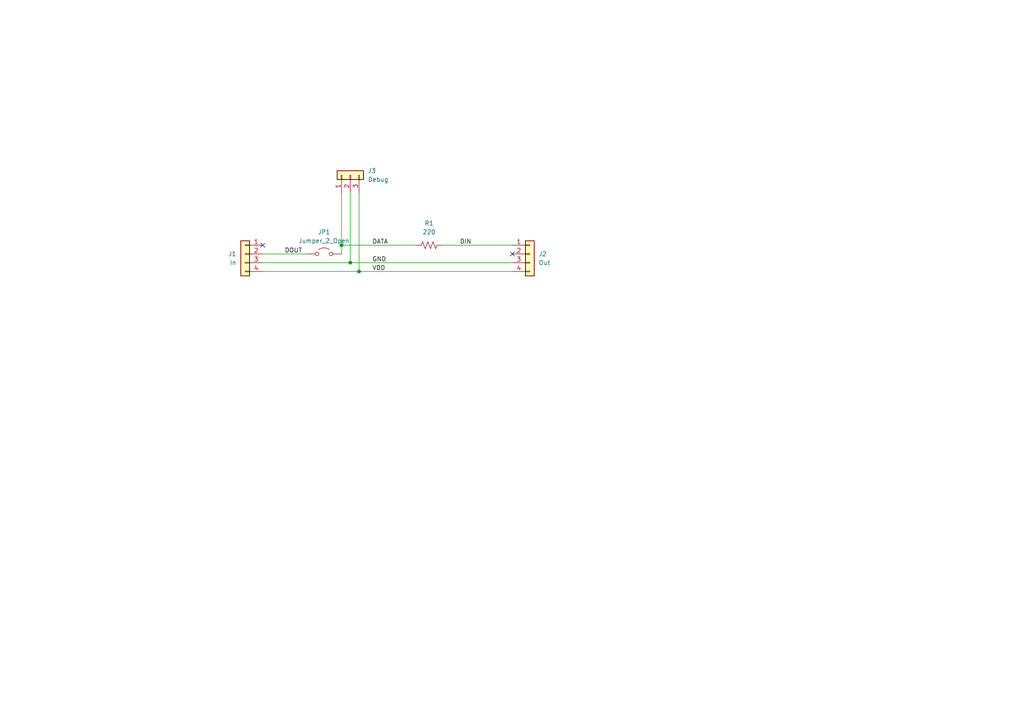
<source format=kicad_sch>
(kicad_sch (version 20231120) (generator "eeschema") (generator_version "8.0")
  (paper "A4")
  (lib_symbols
    (symbol "Connector_Generic:Conn_01x03" (pin_names (offset 1.016) hide)
      (property "Reference" "J" (at 0 5.08 0))
      (property "Value" "Conn_01x03" (at 0 -5.08 0))
      (symbol "Conn_01x03_1_1"
        (rectangle (start -1.27 -2.413) (end 0 -2.667) (stroke (width 0.1524)))
        (rectangle (start -1.27 0.127) (end 0 -0.127) (stroke (width 0.1524)))
        (rectangle (start -1.27 2.667) (end 0 2.413) (stroke (width 0.1524)))
        (rectangle (start -1.27 3.81) (end 1.27 -3.81) (stroke (width 0.254)) (fill (type background)))
        (pin passive line (at -5.08 2.54 0) (length 3.81) (name "Pin_1") (number "1"))
        (pin passive line (at -5.08 0 0) (length 3.81) (name "Pin_2") (number "2"))
        (pin passive line (at -5.08 -2.54 0) (length 3.81) (name "Pin_3") (number "3"))
      )
    )
    (symbol "Connector_Generic:Conn_01x04" (pin_names (offset 1.016) hide)
      (property "Reference" "J" (at 0 5.08 0))
      (property "Value" "Conn_01x04" (at 0 -7.62 0))
      (symbol "Conn_01x04_1_1"
        (rectangle (start -1.27 -4.953) (end 0 -5.207) (stroke (width 0.1524)))
        (rectangle (start -1.27 -2.413) (end 0 -2.667) (stroke (width 0.1524)))
        (rectangle (start -1.27 0.127) (end 0 -0.127) (stroke (width 0.1524)))
        (rectangle (start -1.27 2.667) (end 0 2.413) (stroke (width 0.1524)))
        (rectangle (start -1.27 3.81) (end 1.27 -6.35) (stroke (width 0.254)) (fill (type background)))
        (pin passive line (at -5.08 2.54 0) (length 3.81) (name "Pin_1") (number "1"))
        (pin passive line (at -5.08 0 0) (length 3.81) (name "Pin_2") (number "2"))
        (pin passive line (at -5.08 -2.54 0) (length 3.81) (name "Pin_3") (number "3"))
        (pin passive line (at -5.08 -5.08 0) (length 3.81) (name "Pin_4") (number "4"))
      )
    )
    (symbol "Device:R_US" (pin_numbers hide) (pin_names (offset 0))
      (property "Reference" "R" (at 2.54 0 90))
      (property "Value" "R_US" (at -2.54 0 90))
      (symbol "R_US_0_1"
        (polyline (pts (xy 0 -2.286) (xy 0 -2.54)))
        (polyline (pts (xy 0 2.286) (xy 0 2.54)))
        (polyline (pts (xy 0 -0.762) (xy 1.016 -1.143) (xy 0 -1.524) (xy -1.016 -1.905) (xy 0 -2.286)))
        (polyline (pts (xy 0 0.762) (xy 1.016 0.381) (xy 0 0) (xy -1.016 -0.381) (xy 0 -0.762)))
        (polyline (pts (xy 0 2.286) (xy 1.016 1.905) (xy 0 1.524) (xy -1.016 1.143) (xy 0 0.762)))
      )
      (symbol "R_US_1_1"
        (pin passive line (at 0 3.81 270) (length 1.27) (name "~") (number "1"))
        (pin passive line (at 0 -3.81 90) (length 1.27) (name "~") (number "2"))
      )
    )
    (symbol "Jumper:Jumper_2_Open" (pin_numbers hide) (pin_names (offset 0) hide) (exclude_from_sim yes)
      (property "Reference" "JP" (at 0 2.794 0))
      (property "Value" "Jumper_2_Open" (at 0 -2.286 0))
      (symbol "Jumper_2_Open_0_0"
        (circle (center -2.032 0) (radius 0.508))
        (circle (center 2.032 0) (radius 0.508))
      )
      (symbol "Jumper_2_Open_0_1"
        (arc (start 1.524 1.27) (mid 0 1.778) (end -1.524 1.27))
      )
      (symbol "Jumper_2_Open_1_1"
        (pin passive line (at -5.08 0 0) (length 2.54) (name "A") (number "1"))
        (pin passive line (at 5.08 0 180) (length 2.54) (name "B") (number "2"))
      )
    )
  )
  (junction (at 101.6 76.2))
  (junction (at 104.14 78.74))
  (junction (at 99.06 71.12))
  (no_connect (at 76.2 71.12))
  (no_connect (at 148.59 73.66))
  (wire (pts (xy 104.14 55.88) (xy 104.14 78.74)))
  (wire (pts (xy 76.2 76.2) (xy 101.6 76.2)))
  (wire (pts (xy 99.06 71.12) (xy 120.65 71.12)))
  (wire (pts (xy 104.14 78.74) (xy 148.59 78.74)))
  (wire (pts (xy 128.27 71.12) (xy 148.59 71.12)))
  (wire (pts (xy 101.6 76.2) (xy 148.59 76.2)))
  (wire (pts (xy 76.2 78.74) (xy 104.14 78.74)))
  (wire (pts (xy 99.06 73.66) (xy 99.06 71.12)))
  (wire (pts (xy 76.2 73.66) (xy 88.9 73.66)))
  (wire (pts (xy 99.06 55.88) (xy 99.06 71.12)))
  (wire (pts (xy 101.6 55.88) (xy 101.6 76.2)))
  (label "GND" (at 107.95 76.2 0))
  (label "DIN" (at 133.35 71.12 0))
  (label "DOUT" (at 82.55 73.66 0))
  (label "DATA" (at 107.95 71.12 0))
  (label "VDD" (at 107.95 78.74 0))
  (symbol (lib_id "Device:R_US") (at 124.46 71.12 90) (unit 1)
    (property "Reference" "R1" (at 124.46 64.77 90))
    (property "Value" "220" (at 124.46 67.31 90))
    (property "Footprint" "Resistor_SMD:R_0603_1608Metric" (effects (hide yes)))
    (property "Description" "Resistor, US symbol" (effects (hide yes)))
  )
  (symbol (lib_id "Jumper:Jumper_2_Open") (at 93.98 73.66 0) (unit 1) (exclude_from_sim yes)
    (property "Reference" "JP1" (at 93.98 67.31 0))
    (property "Value" "Jumper_2_Open" (at 93.98 69.85 0))
    (property "Footprint" "Jumper:SolderJumper-2_P1.3mm_Open_RoundedPad1.0x1.5mm" (effects (hide yes)))
    (property "Description" "Jumper, 2-pole, open" (effects (hide yes)))
  )
  (symbol (lib_id "Connector_Generic:Conn_01x04") (at 71.12 73.66 0) (mirror y) (unit 1)
    (property "Reference" "J1" (at 68.58 73.6599 0) (effects (justify left)))
    (property "Value" "In" (at 68.58 76.1999 0) (effects (justify left)))
    (property "Footprint" "Library:HDR-TH_4P-P1.27-V-F-R2-C2-S1.27" (effects (hide yes)))
    (property "Description" "Generic connector, single row, 01x04, script generated (kicad-library-utils/schlib/autogen/connector/)" (effects (hide yes)))
  )
  (symbol (lib_id "Connector_Generic:Conn_01x04") (at 153.67 73.66 0) (unit 1)
    (property "Reference" "J2" (at 156.21 73.6599 0) (effects (justify left)))
    (property "Value" "Out" (at 156.21 76.1999 0) (effects (justify left)))
    (property "Footprint" "Library:HDR-TH_4P-P1.27-V-F-R2-C2-S1.27" (effects (hide yes)))
    (property "Description" "Generic connector, single row, 01x04, script generated (kicad-library-utils/schlib/autogen/connector/)" (effects (hide yes)))
  )
  (symbol (lib_id "Connector_Generic:Conn_01x03") (at 101.6 50.8 90) (unit 1)
    (property "Reference" "J3" (at 106.68 49.5299 90) (effects (justify right)))
    (property "Value" "Debug" (at 106.68 52.0699 90) (effects (justify right)))
    (property "Footprint" "Connector_PinSocket_2.54mm:PinSocket_1x03_P2.54mm_Vertical" (effects (hide yes)))
    (property "Description" "Generic connector, single row, 01x03, script generated (kicad-library-utils/schlib/autogen/connector/)" (effects (hide yes)))
  )
)
</source>
